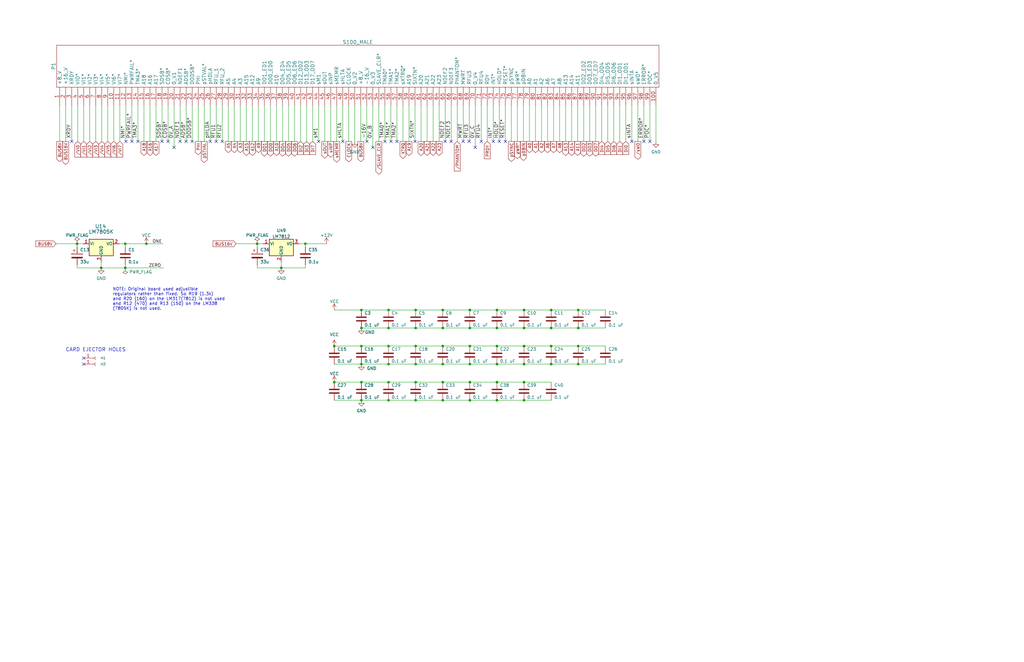
<source format=kicad_sch>
(kicad_sch (version 20211123) (generator eeschema)
  (paper "B")
  (title_block (title "Lomas Color Magic Redux") (date "2023-04-14") (rev "1.0-001") (company "Lomas Data Produtcs") (comment 1 "Redraw/modifications (c) Richard A. Cini") (comment 2 "Schematic page 1A"))
  (lib_symbols
    (symbol "Connector:Conn_01x01_Female" (pin_names (offset 1.016) hide)
      (property "Reference" "J" (at 0 2.54 0))
      (property "Value" "Conn_01x01_Female" (at 0 -2.54 0))
      (symbol "Conn_01x01_Female_1_1"
        (polyline (pts (xy -1.27 0) (xy -0.508 0)) (stroke (width 0.1524)))
        (arc (start 0 0.508) (mid -0.508 0) (end 0 -0.508) (stroke (width 0.1524)))
        (pin passive line (at -5.08 0 0) (length 3.81) (name "Pin_1") (number "1"))
      )
    )
    (symbol "Device:C" (pin_numbers hide) (pin_names (offset 0.254))
      (property "Reference" "C" (at 0.635 2.54 0))
      (property "Value" "C" (at 0.635 -2.54 0))
      (symbol "C_0_1"
        (polyline (pts (xy -2.032 -0.762) (xy 2.032 -0.762)) (stroke (width 0.508)))
        (polyline (pts (xy -2.032 0.762) (xy 2.032 0.762)) (stroke (width 0.508)))
      )
      (symbol "C_1_1"
        (pin passive line (at 0 3.81 270) (length 2.794) (name "~") (number "1"))
        (pin passive line (at 0 -3.81 90) (length 2.794) (name "~") (number "2"))
      )
    )
    (symbol "Device:C_Polarized" (pin_numbers hide) (pin_names (offset 0.254))
      (property "Reference" "C" (at 0.635 2.54 0))
      (property "Value" "C_Polarized" (at 0.635 -2.54 0))
      (symbol "C_Polarized_0_1"
        (rectangle (start -2.286 0.508) (end 2.286 1.016))
        (polyline (pts (xy -1.778 2.286) (xy -0.762 2.286)))
        (polyline (pts (xy -1.27 2.794) (xy -1.27 1.778)))
        (rectangle (start 2.286 -0.508) (end -2.286 -1.016) (fill (type outline)))
      )
      (symbol "C_Polarized_1_1"
        (pin passive line (at 0 3.81 270) (length 2.794) (name "~") (number "1"))
        (pin passive line (at 0 -3.81 90) (length 2.794) (name "~") (number "2"))
      )
    )
    (symbol "RAC_Custom2:LM7805K" (pin_names (offset 0.254))
      (property "Reference" "U" (at -3.81 3.175 0))
      (property "Value" "LM7805K" (at 0 3.175 0))
      (symbol "LM7805K_0_1"
        (rectangle (start -5.08 1.905) (end 5.08 -5.08) (stroke (width 0.254)) (fill (type background)))
      )
      (symbol "LM7805K_1_1"
        (pin power_in line (at -7.62 0 0) (length 2.54) (name "VI") (number "1"))
        (pin power_out line (at 7.62 0 180) (length 2.54) (name "VO") (number "2"))
        (pin power_in line (at 0 -7.62 90) (length 2.54) (name "GND") (number "3"))
      )
    )
    (symbol "RAC_Custom2:S100_MALE" (pin_names (offset 1.016))
      (property "Reference" "P" (at 0 128.27 0))
      (property "Value" "S100_MALE" (at 11.43 0 90))
      (symbol "S100_MALE_0_1"
        (rectangle (start -8.89 127) (end 8.89 -127))
      )
      (symbol "S100_MALE_1_1"
        (pin power_in line (at -16.51 125.73 0) (length 7.62) (name "+8_V") (number "1"))
        (pin bidirectional line (at -16.51 102.87 0) (length 7.62) (name "VI6*") (number "10"))
        (pin power_in line (at -16.51 -125.73 0) (length 7.62) (name "0_V5") (number "100"))
        (pin bidirectional line (at -16.51 100.33 0) (length 7.62) (name "VI7*") (number "11"))
        (pin bidirectional line (at -16.51 97.79 0) (length 7.62) (name "NMI*") (number "12"))
        (pin bidirectional line (at -16.51 95.25 0) (length 7.62) (name "PWRFAIL*") (number "13"))
        (pin bidirectional line (at -16.51 92.71 0) (length 7.62) (name "TMA3*") (number "14"))
        (pin bidirectional line (at -16.51 90.17 0) (length 7.62) (name "A18") (number "15"))
        (pin bidirectional line (at -16.51 87.63 0) (length 7.62) (name "A16") (number "16"))
        (pin bidirectional line (at -16.51 85.09 0) (length 7.62) (name "A17") (number "17"))
        (pin bidirectional line (at -16.51 82.55 0) (length 7.62) (name "SDSB*") (number "18"))
        (pin bidirectional line (at -16.51 80.01 0) (length 7.62) (name "CDSB*") (number "19"))
        (pin power_in line (at -16.51 123.19 0) (length 7.62) (name "+16_V") (number "2"))
        (pin bidirectional line (at -16.51 77.47 0) (length 7.62) (name "0_V1") (number "20"))
        (pin bidirectional line (at -16.51 74.93 0) (length 7.62) (name "NDEF1") (number "21"))
        (pin bidirectional line (at -16.51 72.39 0) (length 7.62) (name "ADSB*") (number "22"))
        (pin bidirectional line (at -16.51 69.85 0) (length 7.62) (name "DODSB*") (number "23"))
        (pin bidirectional line (at -16.51 67.31 0) (length 7.62) (name "PHI") (number "24"))
        (pin bidirectional line (at -16.51 64.77 0) (length 7.62) (name "pSTVAL*") (number "25"))
        (pin bidirectional line (at -16.51 62.23 0) (length 7.62) (name "pHDLA") (number "26"))
        (pin bidirectional line (at -16.51 59.69 0) (length 7.62) (name "RFU_1") (number "27"))
        (pin bidirectional line (at -16.51 57.15 0) (length 7.62) (name "RFU_2") (number "28"))
        (pin bidirectional line (at -16.51 54.61 0) (length 7.62) (name "A5") (number "29"))
        (pin bidirectional line (at -16.51 120.65 0) (length 7.62) (name "XRDY") (number "3"))
        (pin bidirectional line (at -16.51 52.07 0) (length 7.62) (name "A4") (number "30"))
        (pin bidirectional line (at -16.51 49.53 0) (length 7.62) (name "A3") (number "31"))
        (pin bidirectional line (at -16.51 46.99 0) (length 7.62) (name "A15") (number "32"))
        (pin bidirectional line (at -16.51 44.45 0) (length 7.62) (name "A12") (number "33"))
        (pin bidirectional line (at -16.51 41.91 0) (length 7.62) (name "A9") (number "34"))
        (pin bidirectional line (at -16.51 39.37 0) (length 7.62) (name "DO1_ED1") (number "35"))
        (pin bidirectional line (at -16.51 36.83 0) (length 7.62) (name "DO0_ED0") (number "36"))
        (pin bidirectional line (at -16.51 34.29 0) (length 7.62) (name "A10") (number "37"))
        (pin bidirectional line (at -16.51 31.75 0) (length 7.62) (name "DO4_ED4") (number "38"))
        (pin bidirectional line (at -16.51 29.21 0) (length 7.62) (name "DO5_ED5") (number "39"))
        (pin bidirectional line (at -16.51 118.11 0) (length 7.62) (name "VIO*") (number "4"))
        (pin bidirectional line (at -16.51 26.67 0) (length 7.62) (name "DO6_ED6") (number "40"))
        (pin bidirectional line (at -16.51 24.13 0) (length 7.62) (name "D12_OD2") (number "41"))
        (pin bidirectional line (at -16.51 21.59 0) (length 7.62) (name "D13_OD3") (number "42"))
        (pin bidirectional line (at -16.51 19.05 0) (length 7.62) (name "D17_OD7") (number "43"))
        (pin bidirectional line (at -16.51 16.51 0) (length 7.62) (name "sM1") (number "44"))
        (pin bidirectional line (at -16.51 13.97 0) (length 7.62) (name "sOUT") (number "45"))
        (pin bidirectional line (at -16.51 11.43 0) (length 7.62) (name "sINP") (number "46"))
        (pin bidirectional line (at -16.51 8.89 0) (length 7.62) (name "sMEMR") (number "47"))
        (pin bidirectional line (at -16.51 6.35 0) (length 7.62) (name "sHLTA") (number "48"))
        (pin bidirectional line (at -16.51 3.81 0) (length 7.62) (name "CLOCK") (number "49"))
        (pin bidirectional line (at -16.51 115.57 0) (length 7.62) (name "VI1*") (number "5"))
        (pin power_in line (at -16.51 1.27 0) (length 7.62) (name "0_V2") (number "50"))
        (pin power_in line (at -16.51 -1.27 0) (length 7.62) (name "+8_V") (number "51"))
        (pin power_in line (at -16.51 -3.81 0) (length 7.62) (name "-16_V") (number "52"))
        (pin bidirectional line (at -16.51 -6.35 0) (length 7.62) (name "0_V3") (number "53"))
        (pin bidirectional line (at -16.51 -8.89 0) (length 7.62) (name "SLAVE_CLR*") (number "54"))
        (pin bidirectional line (at -16.51 -11.43 0) (length 7.62) (name "TMA0*") (number "55"))
        (pin bidirectional line (at -16.51 -13.97 0) (length 7.62) (name "TMA1*") (number "56"))
        (pin bidirectional line (at -16.51 -16.51 0) (length 7.62) (name "TMA2*") (number "57"))
        (pin bidirectional line (at -16.51 -19.05 0) (length 7.62) (name "sXTRQ*") (number "58"))
        (pin bidirectional line (at -16.51 -21.59 0) (length 7.62) (name "A19") (number "59"))
        (pin bidirectional line (at -16.51 113.03 0) (length 7.62) (name "VI2*") (number "6"))
        (pin bidirectional line (at -16.51 -24.13 0) (length 7.62) (name "SIXTN*") (number "60"))
        (pin bidirectional line (at -16.51 -26.67 0) (length 7.62) (name "A20") (number "61"))
        (pin bidirectional line (at -16.51 -29.21 0) (length 7.62) (name "A21") (number "62"))
        (pin bidirectional line (at -16.51 -31.75 0) (length 7.62) (name "A22") (number "63"))
        (pin bidirectional line (at -16.51 -34.29 0) (length 7.62) (name "A23") (number "64"))
        (pin bidirectional line (at -16.51 -36.83 0) (length 7.62) (name "NDEF2") (number "65"))
        (pin bidirectional line (at -16.51 -39.37 0) (length 7.62) (name "NDEF3") (number "66"))
        (pin bidirectional line (at -16.51 -41.91 0) (length 7.62) (name "PHANTOM*") (number "67"))
        (pin bidirectional line (at -16.51 -44.45 0) (length 7.62) (name "MWRT") (number "68"))
        (pin bidirectional line (at -16.51 -46.99 0) (length 7.62) (name "RFU3") (number "69"))
        (pin bidirectional line (at -16.51 110.49 0) (length 7.62) (name "VI3*") (number "7"))
        (pin bidirectional line (at -16.51 -49.53 0) (length 7.62) (name "0_V4") (number "70"))
        (pin bidirectional line (at -16.51 -52.07 0) (length 7.62) (name "RFU4") (number "71"))
        (pin bidirectional line (at -16.51 -54.61 0) (length 7.62) (name "RDY") (number "72"))
        (pin bidirectional line (at -16.51 -57.15 0) (length 7.62) (name "INT*") (number "73"))
        (pin bidirectional line (at -16.51 -59.69 0) (length 7.62) (name "HOLD*") (number "74"))
        (pin bidirectional line (at -16.51 -62.23 0) (length 7.62) (name "RESET*") (number "75"))
        (pin bidirectional line (at -16.51 -64.77 0) (length 7.62) (name "pSYNC") (number "76"))
        (pin bidirectional line (at -16.51 -67.31 0) (length 7.62) (name "pWR*") (number "77"))
        (pin bidirectional line (at -16.51 -69.85 0) (length 7.62) (name "pDBIN") (number "78"))
        (pin bidirectional line (at -16.51 -72.39 0) (length 7.62) (name "A0") (number "79"))
        (pin bidirectional line (at -16.51 107.95 0) (length 7.62) (name "VI4*") (number "8"))
        (pin bidirectional line (at -16.51 -74.93 0) (length 7.62) (name "A1") (number "80"))
        (pin bidirectional line (at -16.51 -77.47 0) (length 7.62) (name "A2") (number "81"))
        (pin bidirectional line (at -16.51 -80.01 0) (length 7.62) (name "A6") (number "82"))
        (pin bidirectional line (at -16.51 -82.55 0) (length 7.62) (name "A7") (number "83"))
        (pin bidirectional line (at -16.51 -85.09 0) (length 7.62) (name "A8") (number "84"))
        (pin bidirectional line (at -16.51 -87.63 0) (length 7.62) (name "A13") (number "85"))
        (pin bidirectional line (at -16.51 -90.17 0) (length 7.62) (name "A14") (number "86"))
        (pin bidirectional line (at -16.51 -92.71 0) (length 7.62) (name "A11") (number "87"))
        (pin bidirectional line (at -16.51 -95.25 0) (length 7.62) (name "DO2_ED2") (number "88"))
        (pin bidirectional line (at -16.51 -97.79 0) (length 7.62) (name "DO3_ED3") (number "89"))
        (pin bidirectional line (at -16.51 105.41 0) (length 7.62) (name "VI5*") (number "9"))
        (pin bidirectional line (at -16.51 -100.33 0) (length 7.62) (name "DO7_ED7") (number "90"))
        (pin bidirectional line (at -16.51 -102.87 0) (length 7.62) (name "DI4_OD4") (number "91"))
        (pin bidirectional line (at -16.51 -105.41 0) (length 7.62) (name "DI5_OD5") (number "92"))
        (pin bidirectional line (at -16.51 -107.95 0) (length 7.62) (name "DI6_OD6") (number "93"))
        (pin bidirectional line (at -16.51 -110.49 0) (length 7.62) (name "DI1_OD1") (number "94"))
        (pin bidirectional line (at -16.51 -113.03 0) (length 7.62) (name "DI1_OD1") (number "95"))
        (pin bidirectional line (at -16.51 -115.57 0) (length 7.62) (name "sINTA") (number "96"))
        (pin bidirectional line (at -16.51 -118.11 0) (length 7.62) (name "sWO*") (number "97"))
        (pin bidirectional line (at -16.51 -120.65 0) (length 7.62) (name "ERROR*") (number "98"))
        (pin bidirectional line (at -16.51 -123.19 0) (length 7.62) (name "POC*") (number "99"))
      )
    )
    (symbol "Regulator_Linear:LM7812_TO220" (pin_names (offset 0.254))
      (property "Reference" "U" (at -3.81 3.175 0))
      (property "Value" "LM7812_TO220" (at 0 3.175 0))
      (symbol "LM7812_TO220_0_1"
        (rectangle (start -5.08 1.905) (end 5.08 -5.08) (stroke (width 0.254)) (fill (type background)))
      )
      (symbol "LM7812_TO220_1_1"
        (pin power_in line (at -7.62 0 0) (length 2.54) (name "VI") (number "1"))
        (pin power_in line (at 0 -7.62 90) (length 2.54) (name "GND") (number "2"))
        (pin power_out line (at 7.62 0 180) (length 2.54) (name "VO") (number "3"))
      )
    )
    (symbol "power:+12V" (power) (pin_names (offset 0))
      (property "Value" "+12V" (at 0 3.556 0))
      (symbol "+12V_0_1"
        (polyline (pts (xy -0.762 1.27) (xy 0 2.54)))
        (polyline (pts (xy 0 0) (xy 0 2.54)))
        (polyline (pts (xy 0 2.54) (xy 0.762 1.27)))
      )
      (symbol "+12V_1_1"
        (pin power_in line (at 0 0 90) (length 0) hide (name "+12V") (number "1"))
      )
    )
    (symbol "power:GND" (power) (pin_names (offset 0))
      (property "Value" "GND" (at 0 -3.81 0))
      (symbol "GND_0_1"
        (polyline (pts (xy 0 0) (xy 0 -1.27) (xy 1.27 -1.27) (xy 0 -2.54) (xy -1.27 -1.27) (xy 0 -1.27)))
      )
      (symbol "GND_1_1"
        (pin power_in line (at 0 0 270) (length 0) hide (name "GND") (number "1"))
      )
    )
    (symbol "power:PWR_FLAG" (power) (pin_numbers hide) (pin_names (offset 0) hide)
      (property "Value" "PWR_FLAG" (at 0 3.81 0))
      (symbol "PWR_FLAG_0_0"
        (pin power_out line (at 0 0 90) (length 0) (name "pwr") (number "1"))
      )
      (symbol "PWR_FLAG_0_1"
        (polyline (pts (xy 0 0) (xy 0 1.27) (xy -1.016 1.905) (xy 0 2.54) (xy 1.016 1.905) (xy 0 1.27)))
      )
    )
    (symbol "power:VCC" (power) (pin_names (offset 0))
      (property "Value" "VCC" (at 0 3.81 0))
      (symbol "VCC_0_1"
        (polyline (pts (xy -0.762 1.27) (xy 0 2.54)))
        (polyline (pts (xy 0 0) (xy 0 2.54)))
        (polyline (pts (xy 0 2.54) (xy 0.762 1.27)))
      )
      (symbol "VCC_1_1"
        (pin power_in line (at 0 0 90) (length 0) hide (name "VCC") (number "1"))
      )
    )
  )
  (junction (at 152.4 130.81))
  (junction (at 118.618 113.03))
  (junction (at 163.83 168.91))
  (junction (at 232.41 153.67))
  (junction (at 152.4 146.05))
  (junction (at 243.84 130.81))
  (junction (at 52.832 113.03))
  (junction (at 243.84 138.43))
  (junction (at 152.4 161.29))
  (junction (at 52.832 102.87))
  (junction (at 209.55 146.05))
  (junction (at 243.84 153.67))
  (junction (at 61.722 102.87))
  (junction (at 163.83 138.43))
  (junction (at 175.26 161.29))
  (junction (at 220.98 161.29))
  (junction (at 42.672 113.03))
  (junction (at 220.98 168.91))
  (junction (at 163.83 153.67))
  (junction (at 152.4 138.43))
  (junction (at 209.55 138.43))
  (junction (at 186.69 161.29))
  (junction (at 186.69 138.43))
  (junction (at 175.26 153.67))
  (junction (at 232.41 146.05))
  (junction (at 32.512 102.87))
  (junction (at 108.458 102.87))
  (junction (at 186.69 130.81))
  (junction (at 175.26 138.43))
  (junction (at 175.26 130.81))
  (junction (at 209.55 130.81))
  (junction (at 163.83 146.05))
  (junction (at 209.55 153.67))
  (junction (at 128.778 102.87))
  (junction (at 243.84 146.05))
  (junction (at 186.69 146.05))
  (junction (at 140.97 161.29))
  (junction (at 163.83 130.81))
  (junction (at 198.12 130.81))
  (junction (at 198.12 153.67))
  (junction (at 198.12 138.43))
  (junction (at 175.26 146.05))
  (junction (at 232.41 130.81))
  (junction (at 175.26 168.91))
  (junction (at 232.41 138.43))
  (junction (at 198.12 146.05))
  (junction (at 220.98 153.67))
  (junction (at 220.98 146.05))
  (junction (at 198.12 161.29))
  (junction (at 220.98 138.43))
  (junction (at 163.83 161.29))
  (junction (at 220.98 130.81))
  (junction (at 209.55 161.29))
  (junction (at 186.69 153.67))
  (junction (at 152.4 153.67))
  (junction (at 198.12 168.91))
  (junction (at 209.55 168.91))
  (junction (at 152.4 168.91))
  (junction (at 140.97 146.05))
  (junction (at 186.69 168.91))
  (no_connect (at 200.406 62.23))
  (no_connect (at 144.526 59.69))
  (no_connect (at 187.706 59.69))
  (no_connect (at 134.366 59.69))
  (no_connect (at 88.646 59.69))
  (no_connect (at 93.726 59.69))
  (no_connect (at 266.446 59.69))
  (no_connect (at 68.326 59.69))
  (no_connect (at 162.306 59.69))
  (no_connect (at 154.686 59.69))
  (no_connect (at 35.306 151.13))
  (no_connect (at 213.106 59.69))
  (no_connect (at 208.026 59.69))
  (no_connect (at 81.026 59.69))
  (no_connect (at 35.306 153.67))
  (no_connect (at 78.486 59.69))
  (no_connect (at 75.946 59.69))
  (no_connect (at 190.246 59.69))
  (no_connect (at 210.566 59.69))
  (no_connect (at 73.406 62.23))
  (no_connect (at 55.626 59.69))
  (no_connect (at 58.166 59.69))
  (no_connect (at 195.326 59.69))
  (no_connect (at 167.386 59.69))
  (no_connect (at 164.846 59.69))
  (no_connect (at 197.866 59.69))
  (no_connect (at 274.066 59.69))
  (no_connect (at 70.866 59.69))
  (no_connect (at 271.526 59.69))
  (no_connect (at 202.946 59.69))
  (no_connect (at 30.226 59.69))
  (no_connect (at 53.086 59.69))
  (no_connect (at 157.226 62.23))
  (no_connect (at 175.006 59.69))
  (no_connect (at 91.186 59.69))
  (wire (pts (xy 238.506 59.69) (xy 238.506 44.45)))
  (wire (pts (xy 205.486 59.69) (xy 205.486 44.45)))
  (wire (pts (xy 52.832 102.87) (xy 61.722 102.87)))
  (wire (pts (xy 258.826 59.69) (xy 258.826 44.45)))
  (wire (pts (xy 209.55 130.81) (xy 220.98 130.81)))
  (wire (pts (xy 32.512 111.76) (xy 32.512 113.03)))
  (wire (pts (xy 147.066 59.69) (xy 147.066 44.45)))
  (wire (pts (xy 210.566 59.69) (xy 210.566 44.45)))
  (wire (pts (xy 101.346 59.69) (xy 101.346 44.45)))
  (wire (pts (xy 140.97 161.29) (xy 152.4 161.29)))
  (wire (pts (xy 248.666 59.69) (xy 248.666 44.45)))
  (wire (pts (xy 185.166 59.69) (xy 185.166 44.45)))
  (wire (pts (xy 152.4 161.29) (xy 163.83 161.29)))
  (wire (pts (xy 128.778 104.14) (xy 128.778 102.87)))
  (wire (pts (xy 175.26 138.43) (xy 186.69 138.43)))
  (wire (pts (xy 186.69 138.43) (xy 198.12 138.43)))
  (wire (pts (xy 232.41 146.05) (xy 243.84 146.05)))
  (wire (pts (xy 251.206 59.69) (xy 251.206 44.45)))
  (wire (pts (xy 152.4 138.43) (xy 163.83 138.43)))
  (wire (pts (xy 93.726 59.69) (xy 93.726 44.45)))
  (wire (pts (xy 73.406 44.45) (xy 73.406 62.23)))
  (wire (pts (xy 48.006 59.69) (xy 48.006 44.45)))
  (wire (pts (xy 116.586 59.69) (xy 116.586 44.45)))
  (wire (pts (xy 186.69 153.67) (xy 198.12 153.67)))
  (wire (pts (xy 268.986 59.69) (xy 268.986 44.45)))
  (wire (pts (xy 209.55 153.67) (xy 220.98 153.67)))
  (wire (pts (xy 152.4 153.67) (xy 163.83 153.67)))
  (wire (pts (xy 253.746 59.69) (xy 253.746 44.45)))
  (wire (pts (xy 91.186 59.69) (xy 91.186 44.45)))
  (wire (pts (xy 209.55 161.29) (xy 220.98 161.29)))
  (wire (pts (xy 274.066 59.69) (xy 274.066 44.45)))
  (wire (pts (xy 232.41 153.67) (xy 243.84 153.67)))
  (wire (pts (xy 175.26 161.29) (xy 186.69 161.29)))
  (wire (pts (xy 68.326 59.69) (xy 68.326 44.45)))
  (wire (pts (xy 235.966 59.69) (xy 235.966 44.45)))
  (wire (pts (xy 198.12 161.29) (xy 209.55 161.29)))
  (wire (pts (xy 192.786 59.69) (xy 192.786 44.45)))
  (wire (pts (xy 141.986 59.69) (xy 141.986 44.45)))
  (wire (pts (xy 276.606 44.45) (xy 276.606 59.69)))
  (wire (pts (xy 261.366 59.69) (xy 261.366 44.45)))
  (wire (pts (xy 243.84 138.43) (xy 255.27 138.43)))
  (wire (pts (xy 228.346 59.69) (xy 228.346 44.45)))
  (wire (pts (xy 126.746 59.69) (xy 126.746 44.45)))
  (wire (pts (xy 144.526 59.69) (xy 144.526 44.45)))
  (wire (pts (xy 218.186 59.69) (xy 218.186 44.45)))
  (wire (pts (xy 163.83 168.91) (xy 175.26 168.91)))
  (wire (pts (xy 129.286 59.69) (xy 129.286 44.45)))
  (wire (pts (xy 81.026 59.69) (xy 81.026 44.45)))
  (wire (pts (xy 220.98 130.81) (xy 232.41 130.81)))
  (wire (pts (xy 61.722 102.87) (xy 68.834 102.87)))
  (wire (pts (xy 119.126 59.69) (xy 119.126 44.45)))
  (wire (pts (xy 215.646 59.69) (xy 215.646 44.45)))
  (wire (pts (xy 220.98 153.67) (xy 232.41 153.67)))
  (wire (pts (xy 186.69 130.81) (xy 198.12 130.81)))
  (wire (pts (xy 83.566 59.69) (xy 83.566 44.45)))
  (wire (pts (xy 241.046 59.69) (xy 241.046 44.45)))
  (wire (pts (xy 243.84 153.67) (xy 255.27 153.67)))
  (wire (pts (xy 175.006 59.69) (xy 175.006 44.45)))
  (wire (pts (xy 159.766 59.69) (xy 159.766 44.45)))
  (wire (pts (xy 175.26 168.91) (xy 186.69 168.91)))
  (wire (pts (xy 271.526 59.69) (xy 271.526 44.45)))
  (wire (pts (xy 169.926 59.69) (xy 169.926 44.45)))
  (wire (pts (xy 186.69 161.29) (xy 198.12 161.29)))
  (wire (pts (xy 111.506 59.69) (xy 111.506 44.45)))
  (wire (pts (xy 23.622 102.87) (xy 32.512 102.87)))
  (wire (pts (xy 152.4 130.81) (xy 163.83 130.81)))
  (wire (pts (xy 167.386 59.69) (xy 167.386 44.45)))
  (wire (pts (xy 124.206 59.69) (xy 124.206 44.45)))
  (wire (pts (xy 246.126 59.69) (xy 246.126 44.45)))
  (wire (pts (xy 99.568 102.87) (xy 108.458 102.87)))
  (wire (pts (xy 86.106 59.69) (xy 86.106 44.45)))
  (wire (pts (xy 163.83 138.43) (xy 175.26 138.43)))
  (wire (pts (xy 139.446 59.69) (xy 139.446 44.45)))
  (wire (pts (xy 220.98 168.91) (xy 232.41 168.91)))
  (wire (pts (xy 152.4 146.05) (xy 163.83 146.05)))
  (wire (pts (xy 134.366 59.69) (xy 134.366 44.45)))
  (wire (pts (xy 195.326 59.69) (xy 195.326 44.45)))
  (wire (pts (xy 152.4 168.91) (xy 163.83 168.91)))
  (wire (pts (xy 114.046 59.69) (xy 114.046 44.45)))
  (wire (pts (xy 52.832 111.76) (xy 52.832 113.03)))
  (wire (pts (xy 198.12 138.43) (xy 209.55 138.43)))
  (wire (pts (xy 180.086 59.69) (xy 180.086 44.45)))
  (wire (pts (xy 198.12 146.05) (xy 209.55 146.05)))
  (wire (pts (xy 42.672 110.49) (xy 42.672 113.03)))
  (wire (pts (xy 209.55 138.43) (xy 220.98 138.43)))
  (wire (pts (xy 32.512 113.03) (xy 42.672 113.03)))
  (wire (pts (xy 42.672 113.03) (xy 52.832 113.03)))
  (wire (pts (xy 60.706 59.69) (xy 60.706 44.45)))
  (wire (pts (xy 42.926 59.69) (xy 42.926 44.45)))
  (wire (pts (xy 63.246 59.69) (xy 63.246 44.45)))
  (wire (pts (xy 220.98 146.05) (xy 232.41 146.05)))
  (wire (pts (xy 128.778 102.87) (xy 137.668 102.87)))
  (wire (pts (xy 118.618 113.03) (xy 128.778 113.03)))
  (wire (pts (xy 75.946 59.69) (xy 75.946 44.45)))
  (wire (pts (xy 220.98 161.29) (xy 232.41 161.29)))
  (wire (pts (xy 30.226 59.69) (xy 30.226 44.45)))
  (wire (pts (xy 35.306 59.69) (xy 35.306 44.45)))
  (wire (pts (xy 209.55 146.05) (xy 220.98 146.05)))
  (wire (pts (xy 126.238 102.87) (xy 128.778 102.87)))
  (wire (pts (xy 198.12 130.81) (xy 209.55 130.81)))
  (wire (pts (xy 232.41 138.43) (xy 243.84 138.43)))
  (wire (pts (xy 78.486 59.69) (xy 78.486 44.45)))
  (wire (pts (xy 225.806 59.69) (xy 225.806 44.45)))
  (wire (pts (xy 25.146 59.69) (xy 25.146 44.45)))
  (wire (pts (xy 233.426 59.69) (xy 233.426 44.45)))
  (wire (pts (xy 190.246 59.69) (xy 190.246 44.45)))
  (wire (pts (xy 96.266 59.69) (xy 96.266 44.45)))
  (wire (pts (xy 163.83 146.05) (xy 175.26 146.05)))
  (wire (pts (xy 140.97 153.67) (xy 152.4 153.67)))
  (wire (pts (xy 37.846 59.69) (xy 37.846 44.45)))
  (wire (pts (xy 108.458 104.14) (xy 108.458 102.87)))
  (wire (pts (xy 243.84 130.81) (xy 255.27 130.81)))
  (wire (pts (xy 55.626 59.69) (xy 55.626 44.45)))
  (wire (pts (xy 164.846 59.69) (xy 164.846 44.45)))
  (wire (pts (xy 98.806 59.69) (xy 98.806 44.45)))
  (wire (pts (xy 53.086 59.69) (xy 53.086 44.45)))
  (wire (pts (xy 136.906 59.69) (xy 136.906 44.45)))
  (wire (pts (xy 140.97 146.05) (xy 152.4 146.05)))
  (wire (pts (xy 163.83 130.81) (xy 175.26 130.81)))
  (wire (pts (xy 149.606 59.69) (xy 149.606 44.45)))
  (wire (pts (xy 131.826 59.69) (xy 131.826 44.45)))
  (wire (pts (xy 223.266 59.69) (xy 223.266 44.45)))
  (wire (pts (xy 220.726 59.69) (xy 220.726 44.45)))
  (wire (pts (xy 88.646 59.69) (xy 88.646 44.45)))
  (wire (pts (xy 175.26 130.81) (xy 186.69 130.81)))
  (wire (pts (xy 65.786 59.69) (xy 65.786 44.45)))
  (wire (pts (xy 220.98 138.43) (xy 232.41 138.43)))
  (wire (pts (xy 186.69 168.91) (xy 198.12 168.91)))
  (wire (pts (xy 118.618 113.03) (xy 118.618 110.49)))
  (wire (pts (xy 182.626 59.69) (xy 182.626 44.45)))
  (wire (pts (xy 187.706 59.69) (xy 187.706 44.45)))
  (wire (pts (xy 70.866 59.69) (xy 70.866 44.45)))
  (wire (pts (xy 108.458 113.03) (xy 118.618 113.03)))
  (wire (pts (xy 263.906 59.69) (xy 263.906 44.45)))
  (wire (pts (xy 213.106 59.69) (xy 213.106 44.45)))
  (wire (pts (xy 40.386 59.69) (xy 40.386 44.45)))
  (wire (pts (xy 50.546 59.69) (xy 50.546 44.45)))
  (wire (pts (xy 140.97 168.91) (xy 152.4 168.91)))
  (wire (pts (xy 103.886 59.69) (xy 103.886 44.45)))
  (wire (pts (xy 108.458 111.76) (xy 108.458 113.03)))
  (wire (pts (xy 128.778 111.76) (xy 128.778 113.03)))
  (wire (pts (xy 256.286 59.69) (xy 256.286 44.45)))
  (wire (pts (xy 243.84 146.05) (xy 255.27 146.05)))
  (wire (pts (xy 140.97 130.81) (xy 152.4 130.81)))
  (wire (pts (xy 202.946 59.69) (xy 202.946 44.45)))
  (wire (pts (xy 32.766 59.69) (xy 32.766 44.45)))
  (wire (pts (xy 32.512 102.87) (xy 35.052 102.87)))
  (wire (pts (xy 45.466 59.69) (xy 45.466 44.45)))
  (wire (pts (xy 200.406 44.45) (xy 200.406 62.23)))
  (wire (pts (xy 27.686 59.69) (xy 27.686 44.45)))
  (wire (pts (xy 197.866 59.69) (xy 197.866 44.45)))
  (wire (pts (xy 175.26 153.67) (xy 186.69 153.67)))
  (wire (pts (xy 186.69 146.05) (xy 198.12 146.05)))
  (wire (pts (xy 157.226 44.45) (xy 157.226 62.23)))
  (wire (pts (xy 32.512 102.87) (xy 32.512 104.14)))
  (wire (pts (xy 58.166 59.69) (xy 58.166 44.45)))
  (wire (pts (xy 152.146 59.69) (xy 152.146 44.45)))
  (wire (pts (xy 172.466 59.69) (xy 172.466 44.45)))
  (wire (pts (xy 243.586 59.69) (xy 243.586 44.45)))
  (wire (pts (xy 106.426 59.69) (xy 106.426 44.45)))
  (wire (pts (xy 52.832 102.87) (xy 52.832 104.14)))
  (wire (pts (xy 50.292 102.87) (xy 52.832 102.87)))
  (wire (pts (xy 163.83 161.29) (xy 175.26 161.29)))
  (wire (pts (xy 266.446 59.69) (xy 266.446 44.45)))
  (wire (pts (xy 108.458 102.87) (xy 110.998 102.87)))
  (wire (pts (xy 162.306 59.69) (xy 162.306 44.45)))
  (wire (pts (xy 232.41 130.81) (xy 243.84 130.81)))
  (wire (pts (xy 52.832 113.03) (xy 69.088 113.03)))
  (wire (pts (xy 108.966 59.69) (xy 108.966 44.45)))
  (wire (pts (xy 121.666 59.69) (xy 121.666 44.45)))
  (wire (pts (xy 198.12 168.91) (xy 209.55 168.91)))
  (wire (pts (xy 177.546 59.69) (xy 177.546 44.45)))
  (wire (pts (xy 163.83 153.67) (xy 175.26 153.67)))
  (wire (pts (xy 230.886 59.69) (xy 230.886 44.45)))
  (wire (pts (xy 154.686 44.45) (xy 154.686 59.69)))
  (wire (pts (xy 175.26 146.05) (xy 186.69 146.05)))
  (wire (pts (xy 208.026 59.69) (xy 208.026 44.45)))
  (wire (pts (xy 209.55 168.91) (xy 220.98 168.91)))
  (wire (pts (xy 198.12 153.67) (xy 209.55 153.67)))
  (text "CARD EJECTOR HOLES" (at 27.686 148.59 0) (effects (font (size 1.524 1.524)) (justify left bottom)))
  (text "NOTE: Original board used adjustible\nregulators rather than fixed. So R19 (1.3k)\nand R20 (160) on the LM317(7812) is not used\nand R12 (470) and R13 (150) on the LM338 \n(7805K) is not used.\n" (at 47.498 131.064 0) (effects (font (size 1.27 1.27)) (justify left bottom)))
  (label "RFU2" (at 93.726 58.42 90) (effects (font (size 1.524 1.524))))
  (label "NMI*" (at 53.086 58.42 90) (effects (font (size 1.524 1.524))))
  (label "SDSB*" (at 68.326 58.42 90) (effects (font (size 1.524 1.524))))
  (label "NDEF2" (at 187.706 58.42 90) (effects (font (size 1.524 1.524))))
  (label "0V_A" (at 73.406 58.42 90) (effects (font (size 1.524 1.524))))
  (label "sM1" (at 134.366 58.42 90) (effects (font (size 1.524 1.524))))
  (label "CDSB*" (at 70.866 58.42 90) (effects (font (size 1.524 1.524))))
  (label "0V_C" (at 200.406 58.42 90) (effects (font (size 1.524 1.524))))
  (label "MWRT" (at 195.326 58.42 90) (effects (font (size 1.524 1.524))))
  (label "XRDY" (at 30.226 58.42 90) (effects (font (size 1.524 1.524))))
  (label "RFU3" (at 197.866 58.42 90) (effects (font (size 1.524 1.524))))
  (label "TMA2*" (at 167.386 58.42 90) (effects (font (size 1.524 1.524))))
  (label "POC*" (at 274.066 58.42 90) (effects (font (size 1.524 1.524))))
  (label "INT*" (at 208.026 58.42 90) (effects (font (size 1.524 1.524))))
  (label "TMA3*" (at 58.166 58.42 90) (effects (font (size 1.524 1.524))))
  (label "RFU4" (at 202.946 58.42 90) (effects (font (size 1.524 1.524))))
  (label "0V_B" (at 157.226 58.42 90) (effects (font (size 1.524 1.524))))
  (label "pHLDA" (at 88.646 58.42 90) (effects (font (size 1.524 1.524))))
  (label "ERROR*" (at 271.526 58.42 90) (effects (font (size 1.524 1.524))))
  (label "NDEF3" (at 190.246 58.42 90) (effects (font (size 1.524 1.524))))
  (label "DODSB*" (at 81.026 58.42 90) (effects (font (size 1.524 1.524))))
  (label "TMA0*" (at 162.306 58.42 90) (effects (font (size 1.524 1.524))))
  (label "RFU1" (at 91.186 58.42 90) (effects (font (size 1.524 1.524))))
  (label "SIXTN*" (at 175.006 58.42 90) (effects (font (size 1.524 1.524))))
  (label "NDEF1" (at 75.946 58.42 90) (effects (font (size 1.524 1.524))))
  (label "sINTA" (at 266.446 58.42 90) (effects (font (size 1.524 1.524))))
  (label "HOLD*" (at 210.566 58.42 90) (effects (font (size 1.524 1.524))))
  (label "RESET*" (at 213.106 58.42 90) (effects (font (size 1.524 1.524))))
  (label "TMA1*" (at 164.846 58.42 90) (effects (font (size 1.524 1.524))))
  (label "ADSB*" (at 78.486 58.42 90) (effects (font (size 1.524 1.524))))
  (label "ZERO" (at 62.738 113.03 0))
  (label "PWRFAIL*" (at 55.626 58.42 90) (effects (font (size 1.524 1.524))))
  (label "ONE" (at 64.262 102.87 0))
  (label "sHLTA" (at 144.526 58.42 90) (effects (font (size 1.524 1.524))))
  (label "-16V" (at 154.686 58.42 90) (effects (font (size 1.524 1.524))))
  (global_label "sOUT" (shape output) (at 136.906 59.69 270) (property "Intersheet References" "${INTERSHEET_REFS}" (effects hide)))
  (global_label "DO7" (shape output) (at 251.206 59.69 270) (property "Intersheet References" "${INTERSHEET_REFS}" (effects hide)))
  (global_label "A1" (shape output) (at 225.806 59.69 270) (property "Intersheet References" "${INTERSHEET_REFS}" (effects hide)))
  (global_label "BUS8V" (shape output) (at 25.146 59.69 270) (property "Intersheet References" "${INTERSHEET_REFS}" (effects hide)))
  (global_label "DO1" (shape output) (at 111.506 59.69 270) (property "Intersheet References" "${INTERSHEET_REFS}" (effects hide)))
  (global_label "A2" (shape output) (at 228.346 59.69 270) (property "Intersheet References" "${INTERSHEET_REFS}" (effects hide)))
  (global_label "DI7" (shape input) (at 131.826 59.69 270) (property "Intersheet References" "${INTERSHEET_REFS}" (effects hide)))
  (global_label "A23" (shape output) (at 185.166 59.69 270) (property "Intersheet References" "${INTERSHEET_REFS}" (effects hide)))
  (global_label "DI3" (shape input) (at 129.286 59.69 270) (property "Intersheet References" "${INTERSHEET_REFS}" (effects hide)))
  (global_label "{slash}SLAVE_CLR" (shape output) (at 159.766 59.69 270) (property "Intersheet References" "${INTERSHEET_REFS}" (effects hide)))
  (global_label "XTRQ" (shape output) (at 169.926 59.69 270) (property "Intersheet References" "${INTERSHEET_REFS}" (effects hide)))
  (global_label "DO4" (shape output) (at 119.126 59.69 270) (property "Intersheet References" "${INTERSHEET_REFS}" (effects hide)))
  (global_label "sINP" (shape output) (at 139.446 59.69 270) (property "Intersheet References" "${INTERSHEET_REFS}" (effects hide)))
  (global_label "A9" (shape output) (at 108.966 59.69 270) (property "Intersheet References" "${INTERSHEET_REFS}" (effects hide)))
  (global_label "A13" (shape output) (at 238.506 59.69 270) (property "Intersheet References" "${INTERSHEET_REFS}" (effects hide)))
  (global_label "pSTVAL" (shape output) (at 86.106 59.69 270) (property "Intersheet References" "${INTERSHEET_REFS}" (effects hide)))
  (global_label "DI4" (shape input) (at 253.746 59.69 270) (property "Intersheet References" "${INTERSHEET_REFS}" (effects hide)))
  (global_label "DO2" (shape output) (at 246.126 59.69 270) (property "Intersheet References" "${INTERSHEET_REFS}" (effects hide)))
  (global_label "A19" (shape output) (at 172.466 59.69 270) (property "Intersheet References" "${INTERSHEET_REFS}" (effects hide)))
  (global_label "A20" (shape output) (at 177.546 59.69 270) (property "Intersheet References" "${INTERSHEET_REFS}" (effects hide)))
  (global_label "A7" (shape output) (at 233.426 59.69 270) (property "Intersheet References" "${INTERSHEET_REFS}" (effects hide)))
  (global_label "DO5" (shape output) (at 121.666 59.69 270) (property "Intersheet References" "${INTERSHEET_REFS}" (effects hide)))
  (global_label "BUS8V" (shape input) (at 23.622 102.87 180) (property "Intersheet References" "${INTERSHEET_REFS}" (effects hide)))
  (global_label "{slash}VI7" (shape input) (at 50.546 59.69 270) (property "Intersheet References" "${INTERSHEET_REFS}" (effects hide)))
  (global_label "A12" (shape output) (at 106.426 59.69 270) (property "Intersheet References" "${INTERSHEET_REFS}" (effects hide)))
  (global_label "PRDY" (shape input) (at 205.486 59.69 270) (property "Intersheet References" "${INTERSHEET_REFS}" (effects hide)))
  (global_label "A3" (shape output) (at 101.346 59.69 270) (property "Intersheet References" "${INTERSHEET_REFS}" (effects hide)))
  (global_label "{slash}VI6" (shape input) (at 48.006 59.69 270) (property "Intersheet References" "${INTERSHEET_REFS}" (effects hide)))
  (global_label "CLOCK" (shape output) (at 147.066 59.69 270) (property "Intersheet References" "${INTERSHEET_REFS}" (effects hide)))
  (global_label "A11" (shape output) (at 243.586 59.69 270) (property "Intersheet References" "${INTERSHEET_REFS}" (effects hide)))
  (global_label "A14" (shape output) (at 241.046 59.69 270) (property "Intersheet References" "${INTERSHEET_REFS}" (effects hide)))
  (global_label "BUS8V" (shape output) (at 152.146 59.69 270) (property "Intersheet References" "${INTERSHEET_REFS}" (effects hide)))
  (global_label "pDBIN" (shape output) (at 220.726 59.69 270) (property "Intersheet References" "${INTERSHEET_REFS}" (effects hide)))
  (global_label "A5" (shape output) (at 96.266 59.69 270) (property "Intersheet References" "${INTERSHEET_REFS}" (effects hide)))
  (global_label "A15" (shape output) (at 103.886 59.69 270) (property "Intersheet References" "${INTERSHEET_REFS}" (effects hide)))
  (global_label "{slash}VI1" (shape input) (at 35.306 59.69 270) (property "Intersheet References" "${INTERSHEET_REFS}" (effects hide)))
  (global_label "{slash}VI3" (shape input) (at 40.386 59.69 270) (property "Intersheet References" "${INTERSHEET_REFS}" (effects hide)))
  (global_label "{slash}VI2" (shape input) (at 37.846 59.69 270) (property "Intersheet References" "${INTERSHEET_REFS}" (effects hide)))
  (global_label "DI0" (shape input) (at 263.906 59.69 270) (property "Intersheet References" "${INTERSHEET_REFS}" (effects hide)))
  (global_label "DO3" (shape output) (at 248.666 59.69 270) (property "Intersheet References" "${INTERSHEET_REFS}" (effects hide)))
  (global_label "A0" (shape output) (at 223.266 59.69 270) (property "Intersheet References" "${INTERSHEET_REFS}" (effects hide)))
  (global_label "A8" (shape output) (at 235.966 59.69 270) (property "Intersheet References" "${INTERSHEET_REFS}" (effects hide)))
  (global_label "A6" (shape output) (at 230.886 59.69 270) (property "Intersheet References" "${INTERSHEET_REFS}" (effects hide)))
  (global_label "DI5" (shape input) (at 256.286 59.69 270) (property "Intersheet References" "${INTERSHEET_REFS}" (effects hide)))
  (global_label "pWR*" (shape output) (at 218.186 59.69 270) (property "Intersheet References" "${INTERSHEET_REFS}" (effects hide)))
  (global_label "DI1" (shape input) (at 261.366 59.69 270) (property "Intersheet References" "${INTERSHEET_REFS}" (effects hide)))
  (global_label "{slash}VI4" (shape input) (at 42.926 59.69 270) (property "Intersheet References" "${INTERSHEET_REFS}" (effects hide)))
  (global_label "A16" (shape output) (at 63.246 59.69 270) (property "Intersheet References" "${INTERSHEET_REFS}" (effects hide)))
  (global_label "A22" (shape output) (at 182.626 59.69 270) (property "Intersheet References" "${INTERSHEET_REFS}" (effects hide)))
  (global_label "A21" (shape output) (at 180.086 59.69 270) (property "Intersheet References" "${INTERSHEET_REFS}" (effects hide)))
  (global_label "A10" (shape output) (at 116.586 59.69 270) (property "Intersheet References" "${INTERSHEET_REFS}" (effects hide)))
  (global_label "BUS16V" (shape output) (at 27.686 59.69 270) (property "Intersheet References" "${INTERSHEET_REFS}" (effects hide)))
  (global_label "A18" (shape output) (at 60.706 59.69 270) (property "Intersheet References" "${INTERSHEET_REFS}" (effects hide)))
  (global_label "A17" (shape output) (at 65.786 59.69 270) (property "Intersheet References" "${INTERSHEET_REFS}" (effects hide)))
  (global_label "A4" (shape output) (at 98.806 59.69 270) (property "Intersheet References" "${INTERSHEET_REFS}" (effects hide)))
  (global_label "DI6" (shape input) (at 258.826 59.69 270) (property "Intersheet References" "${INTERSHEET_REFS}" (effects hide)))
  (global_label "pSYNC" (shape output) (at 215.646 59.69 270) (property "Intersheet References" "${INTERSHEET_REFS}" (effects hide)))
  (global_label "sMEMR" (shape output) (at 141.986 59.69 270) (property "Intersheet References" "${INTERSHEET_REFS}" (effects hide)))
  (global_label "DO6" (shape output) (at 124.206 59.69 270) (property "Intersheet References" "${INTERSHEET_REFS}" (effects hide)))
  (global_label "PHI" (shape output) (at 83.566 59.69 270) (property "Intersheet References" "${INTERSHEET_REFS}" (effects hide)))
  (global_label "{slash}sWO" (shape output) (at 268.986 59.69 270) (property "Intersheet References" "${INTERSHEET_REFS}" (effects hide)))
  (global_label "DI2" (shape input) (at 126.746 59.69 270) (property "Intersheet References" "${INTERSHEET_REFS}" (effects hide)))
  (global_label "{slash}PHANTOM" (shape input) (at 192.786 59.69 270) (property "Intersheet References" "${INTERSHEET_REFS}" (effects hide)))
  (global_label "{slash}VI5" (shape input) (at 45.466 59.69 270) (property "Intersheet References" "${INTERSHEET_REFS}" (effects hide)))
  (global_label "{slash}VI0" (shape input) (at 32.766 59.69 270) (property "Intersheet References" "${INTERSHEET_REFS}" (effects hide)))
  (global_label "BUS16V" (shape input) (at 99.568 102.87 180) (property "Intersheet References" "${INTERSHEET_REFS}" (effects hide)))
  (global_label "DO0" (shape output) (at 114.046 59.69 270) (property "Intersheet References" "${INTERSHEET_REFS}" (effects hide)))
  (symbol (lib_id "RAC_Custom2:LM7805K") (at 42.672 102.87 0) (unit 1)
    (property "Reference" "U14" (at 42.418 95.504 0) (effects (font (size 1.524 1.524))))
    (property "Value" "LM7805K" (at 42.672 97.79 0) (effects (font (size 1.524 1.524))))
    (property "Footprint" "Package_TO_SOT_THT:TO-3" (effects hide))
    (property "Datasheet" "https://www.onsemi.cn/PowerSolutions/document/MC7800-D.PDF" (effects hide))
  )
  (symbol (lib_id "Device:C") (at 152.4 165.1 0) (unit 1)
    (property "Reference" "C28" (at 153.67 162.56 0) (effects (justify left)))
    (property "Value" "0.1 uF" (at 153.67 167.64 0) (effects (justify left)))
    (property "Footprint" "Capacitor_THT:C_Disc_D4.3mm_W1.9mm_P5.00mm" (effects hide))
  )
  (symbol (lib_id "Device:C") (at 232.41 149.86 0) (unit 1)
    (property "Reference" "C24" (at 233.68 147.32 0) (effects (justify left)))
    (property "Value" "0.1 uF" (at 233.68 152.4 0) (effects (justify left)))
    (property "Footprint" "Capacitor_THT:C_Disc_D4.3mm_W1.9mm_P5.00mm" (effects hide))
  )
  (symbol (lib_id "Device:C") (at 175.26 134.62 0) (unit 1)
    (property "Reference" "C5" (at 176.53 132.08 0) (effects (justify left)))
    (property "Value" "0.1 uF" (at 176.53 137.16 0) (effects (justify left)))
    (property "Footprint" "Capacitor_THT:C_Disc_D4.3mm_W1.9mm_P5.00mm" (effects hide))
  )
  (symbol (lib_id "Device:C") (at 209.55 165.1 0) (unit 1)
    (property "Reference" "C38" (at 210.82 162.56 0) (effects (justify left)))
    (property "Value" "0.1 uF" (at 210.82 167.64 0) (effects (justify left)))
    (property "Footprint" "Capacitor_THT:C_Disc_D4.3mm_W1.9mm_P5.00mm" (effects hide))
  )
  (symbol (lib_id "Device:C") (at 255.27 149.86 0) (unit 1)
    (property "Reference" "C26" (at 256.54 147.32 0) (effects (justify left)))
    (property "Value" "0.1 uF" (at 256.54 152.4 0) (effects (justify left)))
    (property "Footprint" "Capacitor_THT:C_Disc_D4.3mm_W1.9mm_P5.00mm" (effects hide))
  )
  (symbol (lib_id "Device:C") (at 175.26 165.1 0) (unit 1)
    (property "Reference" "C32" (at 176.53 162.56 0) (effects (justify left)))
    (property "Value" "0.1 uF" (at 176.53 167.64 0) (effects (justify left)))
    (property "Footprint" "Capacitor_THT:C_Disc_D4.3mm_W1.9mm_P5.00mm" (effects hide))
  )
  (symbol (lib_id "power:GND") (at 149.606 59.69 0) (unit 1)
    (property "Reference" "#PWR0210" (effects hide))
    (property "Value" "GND" (at 149.606 64.1334 0))
  )
  (symbol (lib_id "Connector:Conn_01x01_Female") (at 40.386 153.67 0) (unit 1)
    (property "Reference" "H2" (at 42.418 153.67 0) (effects (font (size 1.016 1.016)) (justify left)))
    (property "Value" "CONN_1" (effects hide))
    (property "Footprint" "MountingHole:MountingHole_3mm_Pad" (effects hide))
  )
  (symbol (lib_id "RAC_Custom2:S100_MALE") (at 150.876 27.94 90) (unit 1)
    (property "Reference" "P1" (at 22.606 27.94 0) (effects (font (size 1.524 1.524))))
    (property "Value" "S100_MALE" (at 150.876 17.78 90) (effects (font (size 1.524 1.524))))
    (property "Footprint" "RAC_Custom:S100_MALE" (effects hide))
  )
  (symbol (lib_id "power:GND") (at 152.4 138.43 0) (unit 1)
    (property "Reference" "#PWR0211" (effects hide))
    (property "Value" "GND" (at 155.956 140.208 0))
  )
  (symbol (lib_id "power:GND") (at 118.618 113.03 0) (unit 1)
    (property "Reference" "#PWR0205" (effects hide))
    (property "Value" "GND" (at 118.618 117.4734 0))
  )
  (symbol (lib_id "Device:C") (at 140.97 165.1 0) (unit 1)
    (property "Reference" "C27" (at 142.24 162.56 0) (effects (justify left)))
    (property "Value" "0.1 uF" (at 142.24 167.64 0) (effects (justify left)))
    (property "Footprint" "Capacitor_THT:C_Disc_D4.3mm_W1.9mm_P5.00mm" (effects hide))
  )
  (symbol (lib_id "Device:C") (at 220.98 134.62 0) (unit 1)
    (property "Reference" "C10" (at 222.25 132.08 0) (effects (justify left)))
    (property "Value" "0.1 uF" (at 222.25 137.16 0) (effects (justify left)))
    (property "Footprint" "Capacitor_THT:C_Disc_D4.3mm_W1.9mm_P5.00mm" (effects hide))
  )
  (symbol (lib_id "Device:C") (at 232.41 134.62 0) (unit 1)
    (property "Reference" "C11" (at 233.68 132.08 0) (effects (justify left)))
    (property "Value" "0.1 uF" (at 233.68 137.16 0) (effects (justify left)))
    (property "Footprint" "Capacitor_THT:C_Disc_D4.3mm_W1.9mm_P5.00mm" (effects hide))
  )
  (symbol (lib_id "power:GND") (at 152.4 168.91 0) (unit 1)
    (property "Reference" "#PWR0213" (effects hide))
    (property "Value" "GND" (at 152.4 173.3534 0))
  )
  (symbol (lib_id "power:PWR_FLAG") (at 52.832 113.03 180) (unit 1)
    (property "Reference" "#FLG0101" (effects hide))
    (property "Value" "PWR_FLAG" (at 54.483 114.7338 0) (effects (justify right)))
  )
  (symbol (lib_id "power:GND") (at 152.4 153.67 0) (unit 1)
    (property "Reference" "#PWR0212" (effects hide))
    (property "Value" "GND" (at 156.718 155.448 0))
  )
  (symbol (lib_id "Device:C") (at 209.55 149.86 0) (unit 1)
    (property "Reference" "C22" (at 210.82 147.32 0) (effects (justify left)))
    (property "Value" "0.1 uF" (at 210.82 152.4 0) (effects (justify left)))
    (property "Footprint" "Capacitor_THT:C_Disc_D4.3mm_W1.9mm_P5.00mm" (effects hide))
  )
  (symbol (lib_id "Device:C") (at 152.4 134.62 0) (unit 1)
    (property "Reference" "C3" (at 153.67 132.08 0) (effects (justify left)))
    (property "Value" "0.1 uF" (at 153.67 137.16 0) (effects (justify left)))
    (property "Footprint" "Capacitor_THT:C_Disc_D4.3mm_W1.9mm_P5.00mm" (effects hide))
  )
  (symbol (lib_id "Device:C") (at 140.97 149.86 0) (unit 1)
    (property "Reference" "C15" (at 142.24 147.32 0) (effects (justify left)))
    (property "Value" "0.1 uF" (at 142.24 152.4 0) (effects (justify left)))
    (property "Footprint" "Capacitor_THT:C_Disc_D4.3mm_W1.9mm_P5.00mm" (effects hide))
  )
  (symbol (lib_id "Device:C") (at 163.83 165.1 0) (unit 1)
    (property "Reference" "C29" (at 165.1 162.56 0) (effects (justify left)))
    (property "Value" "0.1 uF" (at 165.1 167.64 0) (effects (justify left)))
    (property "Footprint" "Capacitor_THT:C_Disc_D4.3mm_W1.9mm_P5.00mm" (effects hide))
  )
  (symbol (lib_id "power:VCC") (at 140.97 130.81 0) (unit 1)
    (property "Reference" "#PWR0207" (effects hide))
    (property "Value" "VCC" (at 140.97 127.2342 0))
  )
  (symbol (lib_id "Device:C") (at 52.832 107.95 0) (unit 1)
    (property "Reference" "C1" (at 54.102 105.41 0) (effects (justify left)))
    (property "Value" "0.1u" (at 54.102 110.49 0) (effects (justify left)))
    (property "Footprint" "Capacitor_THT:C_Disc_D4.3mm_W1.9mm_P5.00mm" (effects hide))
  )
  (symbol (lib_id "Device:C") (at 243.84 149.86 0) (unit 1)
    (property "Reference" "C25" (at 245.11 147.32 0) (effects (justify left)))
    (property "Value" "0.1 uF" (at 245.11 152.4 0) (effects (justify left)))
    (property "Footprint" "Capacitor_THT:C_Disc_D4.3mm_W1.9mm_P5.00mm" (effects hide))
  )
  (symbol (lib_id "Device:C") (at 232.41 165.1 0) (unit 1)
    (property "Reference" "C40" (at 233.68 162.56 0) (effects (justify left)))
    (property "Value" "0.1 uF" (at 233.68 167.64 0) (effects (justify left)))
    (property "Footprint" "Capacitor_THT:C_Disc_D4.3mm_W1.9mm_P5.00mm" (effects hide))
  )
  (symbol (lib_id "Device:C") (at 186.69 134.62 0) (unit 1)
    (property "Reference" "C6" (at 187.96 132.08 0) (effects (justify left)))
    (property "Value" "0.1 uF" (at 187.96 137.16 0) (effects (justify left)))
    (property "Footprint" "Capacitor_THT:C_Disc_D4.3mm_W1.9mm_P5.00mm" (effects hide))
  )
  (symbol (lib_id "Device:C") (at 175.26 149.86 0) (unit 1)
    (property "Reference" "C18" (at 176.53 147.32 0) (effects (justify left)))
    (property "Value" "0.1 uF" (at 176.53 152.4 0) (effects (justify left)))
    (property "Footprint" "Capacitor_THT:C_Disc_D4.3mm_W1.9mm_P5.00mm" (effects hide))
  )
  (symbol (lib_id "power:VCC") (at 140.97 146.05 0) (unit 1)
    (property "Reference" "#PWR0208" (effects hide))
    (property "Value" "VCC" (at 140.97 141.2042 0))
  )
  (symbol (lib_id "Device:C") (at 152.4 149.86 0) (unit 1)
    (property "Reference" "C16" (at 153.67 147.32 0) (effects (justify left)))
    (property "Value" "0.1 uF" (at 153.67 152.4 0) (effects (justify left)))
    (property "Footprint" "Capacitor_THT:C_Disc_D4.3mm_W1.9mm_P5.00mm" (effects hide))
  )
  (symbol (lib_id "power:VCC") (at 140.97 161.29 0) (unit 1)
    (property "Reference" "#PWR0209" (effects hide))
    (property "Value" "VCC" (at 140.97 157.7142 0))
  )
  (symbol (lib_id "Device:C") (at 255.27 134.62 0) (unit 1)
    (property "Reference" "C14" (at 256.54 132.08 0) (effects (justify left)))
    (property "Value" "0.1 uF" (at 256.54 137.16 0) (effects (justify left)))
    (property "Footprint" "Capacitor_THT:C_Disc_D4.3mm_W1.9mm_P5.00mm" (effects hide))
  )
  (symbol (lib_id "Device:C") (at 243.84 134.62 0) (unit 1)
    (property "Reference" "C12" (at 245.11 132.08 0) (effects (justify left)))
    (property "Value" "0.1 uF" (at 245.11 137.16 0) (effects (justify left)))
    (property "Footprint" "Capacitor_THT:C_Disc_D4.3mm_W1.9mm_P5.00mm" (effects hide))
  )
  (symbol (lib_id "power:GND") (at 42.672 113.03 0) (unit 1)
    (property "Reference" "#PWR0202" (effects hide))
    (property "Value" "GND" (at 42.672 117.4734 0))
  )
  (symbol (lib_id "Device:C_Polarized") (at 108.458 107.95 0) (unit 1)
    (property "Reference" "C36" (at 109.728 105.41 0) (effects (justify left)))
    (property "Value" "33u" (at 109.728 110.49 0) (effects (justify left)))
    (property "Footprint" "Capacitor_THT:CP_Radial_Tantal_D4.5mm_P2.50mm" (effects hide))
  )
  (symbol (lib_id "Device:C") (at 220.98 149.86 0) (unit 1)
    (property "Reference" "C23" (at 222.25 147.32 0) (effects (justify left)))
    (property "Value" "0.1 uF" (at 222.25 152.4 0) (effects (justify left)))
    (property "Footprint" "Capacitor_THT:C_Disc_D4.3mm_W1.9mm_P5.00mm" (effects hide))
  )
  (symbol (lib_id "Device:C") (at 209.55 134.62 0) (unit 1)
    (property "Reference" "C9" (at 210.82 132.08 0) (effects (justify left)))
    (property "Value" "0.1 uF" (at 210.82 137.16 0) (effects (justify left)))
    (property "Footprint" "Capacitor_THT:C_Disc_D4.3mm_W1.9mm_P5.00mm" (effects hide))
  )
  (symbol (lib_id "Device:C") (at 163.83 149.86 0) (unit 1)
    (property "Reference" "C17" (at 165.1 147.32 0) (effects (justify left)))
    (property "Value" "0.1 uF" (at 165.1 152.4 0) (effects (justify left)))
    (property "Footprint" "Capacitor_THT:C_Disc_D4.3mm_W1.9mm_P5.00mm" (effects hide))
  )
  (symbol (lib_id "Regulator_Linear:LM7812_TO220") (at 118.618 102.87 0) (unit 1)
    (property "Reference" "U49" (at 118.618 97.2652 0))
    (property "Value" "LM7812" (at 118.618 99.8021 0))
    (property "Footprint" "Package_TO_SOT_THT:TO-92" (effects hide))
    (property "Datasheet" "https://www.onsemi.cn/PowerSolutions/document/MC7800-D.PDF" (effects hide))
  )
  (symbol (lib_id "power:VCC") (at 61.722 102.87 0) (unit 1)
    (property "Reference" "#PWR0203" (effects hide))
    (property "Value" "VCC" (at 61.722 99.2942 0))
  )
  (symbol (lib_id "power:+12V") (at 137.668 102.87 0) (unit 1)
    (property "Reference" "#PWR0206" (effects hide))
    (property "Value" "+12V" (at 137.668 99.2942 0))
  )
  (symbol (lib_id "Device:C") (at 163.83 134.62 0) (unit 1)
    (property "Reference" "C4" (at 165.1 132.08 0) (effects (justify left)))
    (property "Value" "0.1 uF" (at 165.1 137.16 0) (effects (justify left)))
    (property "Footprint" "Capacitor_THT:C_Disc_D4.3mm_W1.9mm_P5.00mm" (effects hide))
  )
  (symbol (lib_id "Connector:Conn_01x01_Female") (at 40.386 151.13 0) (unit 1)
    (property "Reference" "H1" (at 42.418 151.13 0) (effects (font (size 1.016 1.016)) (justify left)))
    (property "Value" "CONN_1" (effects hide))
    (property "Footprint" "MountingHole:MountingHole_3mm_Pad" (effects hide))
  )
  (symbol (lib_id "power:GND") (at 276.606 59.69 0) (unit 1)
    (property "Reference" "#PWR0216" (effects hide))
    (property "Value" "GND" (at 276.606 64.1334 0))
  )
  (symbol (lib_id "power:PWR_FLAG") (at 32.512 102.87 0) (unit 1)
    (property "Reference" "#FLG0201" (effects hide))
    (property "Value" "PWR_FLAG" (at 32.512 99.2942 0))
  )
  (symbol (lib_id "Device:C") (at 186.69 165.1 0) (unit 1)
    (property "Reference" "C33" (at 187.96 162.56 0) (effects (justify left)))
    (property "Value" "0.1 uF" (at 187.96 167.64 0) (effects (justify left)))
    (property "Footprint" "Capacitor_THT:C_Disc_D4.3mm_W1.9mm_P5.00mm" (effects hide))
  )
  (symbol (lib_id "Device:C") (at 186.69 149.86 0) (unit 1)
    (property "Reference" "C20" (at 187.96 147.32 0) (effects (justify left)))
    (property "Value" "0.1 uF" (at 187.96 152.4 0) (effects (justify left)))
    (property "Footprint" "Capacitor_THT:C_Disc_D4.3mm_W1.9mm_P5.00mm" (effects hide))
  )
  (symbol (lib_id "Device:C") (at 198.12 149.86 0) (unit 1)
    (property "Reference" "C21" (at 199.39 147.32 0) (effects (justify left)))
    (property "Value" "0.1 uF" (at 199.39 152.4 0) (effects (justify left)))
    (property "Footprint" "Capacitor_THT:C_Disc_D4.3mm_W1.9mm_P5.00mm" (effects hide))
  )
  (symbol (lib_id "Device:C") (at 198.12 165.1 0) (unit 1)
    (property "Reference" "C34" (at 199.39 162.56 0) (effects (justify left)))
    (property "Value" "0.1 uF" (at 199.39 167.64 0) (effects (justify left)))
    (property "Footprint" "Capacitor_THT:C_Disc_D4.3mm_W1.9mm_P5.00mm" (effects hide))
  )
  (symbol (lib_id "Device:C") (at 128.778 107.95 0) (unit 1)
    (property "Reference" "C35" (at 130.048 105.41 0) (effects (justify left)))
    (property "Value" "0.1u" (at 130.048 110.49 0) (effects (justify left)))
    (property "Footprint" "Capacitor_THT:C_Disc_D4.3mm_W1.9mm_P5.00mm" (effects hide))
  )
  (symbol (lib_id "power:PWR_FLAG") (at 108.458 102.87 0) (unit 1)
    (property "Reference" "#FLG0203" (effects hide))
    (property "Value" "PWR_FLAG" (at 108.458 99.2942 0))
  )
  (symbol (lib_id "Device:C") (at 198.12 134.62 0) (unit 1)
    (property "Reference" "C7" (at 199.39 132.08 0) (effects (justify left)))
    (property "Value" "0.1 uF" (at 199.39 137.16 0) (effects (justify left)))
    (property "Footprint" "Capacitor_THT:C_Disc_D4.3mm_W1.9mm_P5.00mm" (effects hide))
  )
  (symbol (lib_id "Device:C_Polarized") (at 32.512 107.95 0) (unit 1)
    (property "Reference" "C13" (at 33.782 105.41 0) (effects (justify left)))
    (property "Value" "33u" (at 33.782 110.49 0) (effects (justify left)))
    (property "Footprint" "Capacitor_THT:CP_Radial_Tantal_D4.5mm_P2.50mm" (effects hide))
  )
  (symbol (lib_id "Device:C") (at 220.98 165.1 0) (unit 1)
    (property "Reference" "C39" (at 222.25 162.56 0) (effects (justify left)))
    (property "Value" "0.1 uF" (at 222.25 167.64 0) (effects (justify left)))
    (property "Footprint" "Capacitor_THT:C_Disc_D4.3mm_W1.9mm_P5.00mm" (effects hide))
  )
)
</source>
